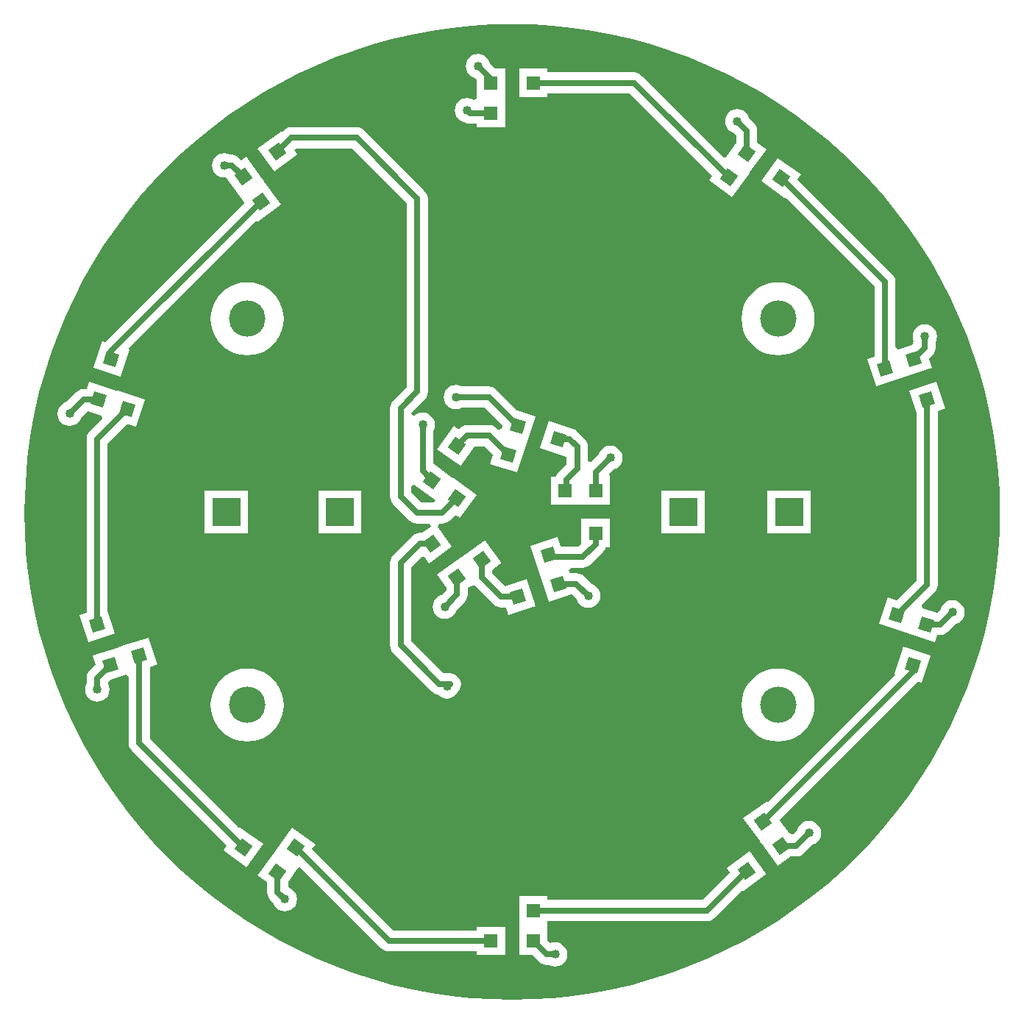
<source format=gtl>
%FSLAX25Y25*%
%MOIN*%
G70*
G01*
G75*
G04 Layer_Physical_Order=1*
G04 Layer_Color=255*
%ADD10R,0.05906X0.05906*%
%ADD11P,0.08352X4X189.0*%
%ADD12P,0.08352X4X153.0*%
%ADD13P,0.08352X4X117.0*%
%ADD14P,0.08352X4X81.0*%
%ADD15P,0.08352X4X279.0*%
%ADD16P,0.08352X4X207.0*%
%ADD17R,0.05906X0.05906*%
%ADD18P,0.08352X4X63.0*%
%ADD19P,0.08352X4X351.0*%
%ADD20C,0.05000*%
%ADD21C,0.02500*%
%ADD22C,0.12500*%
%ADD23R,0.12500X0.12500*%
%ADD24C,0.16500*%
%ADD25C,0.04000*%
G36*
X532133Y768807D02*
X541250Y768241D01*
X550336Y767299D01*
X559375Y765982D01*
X568352Y764292D01*
X577251Y762234D01*
X586058Y759809D01*
X594757Y757022D01*
X603334Y753878D01*
X611773Y750382D01*
X620061Y746541D01*
X628183Y742360D01*
X636125Y737848D01*
X643873Y733010D01*
X651416Y727857D01*
X658739Y722397D01*
X665830Y716639D01*
X672677Y710592D01*
X679268Y704268D01*
X685592Y697677D01*
X691639Y690830D01*
X697397Y683739D01*
X702857Y676416D01*
X708010Y668873D01*
X712848Y661125D01*
X717360Y653183D01*
X721541Y645061D01*
X725382Y636773D01*
X728878Y628334D01*
X732022Y619757D01*
X734809Y611058D01*
X737234Y602251D01*
X739292Y593352D01*
X740982Y584375D01*
X742299Y575336D01*
X743241Y566250D01*
X743807Y557133D01*
X743996Y548000D01*
X743807Y538867D01*
X743241Y529750D01*
X742299Y520664D01*
X740982Y511625D01*
X739292Y502648D01*
X737234Y493749D01*
X734809Y484942D01*
X732022Y476243D01*
X728878Y467666D01*
X725382Y459227D01*
X721541Y450939D01*
X717360Y442817D01*
X712848Y434875D01*
X708010Y427127D01*
X702857Y419584D01*
X697397Y412261D01*
X691639Y405170D01*
X685592Y398323D01*
X679268Y391732D01*
X672677Y385408D01*
X665830Y379362D01*
X658739Y373603D01*
X651416Y368143D01*
X643873Y362990D01*
X636125Y358153D01*
X628183Y353640D01*
X620061Y349459D01*
X611773Y345618D01*
X603334Y342122D01*
X594757Y338978D01*
X586058Y336191D01*
X577251Y333766D01*
X568352Y331708D01*
X559375Y330018D01*
X550336Y328701D01*
X541250Y327759D01*
X532133Y327193D01*
X523000Y327004D01*
X513867Y327193D01*
X504750Y327759D01*
X495664Y328701D01*
X486625Y330018D01*
X477648Y331708D01*
X468749Y333766D01*
X459942Y336191D01*
X451243Y338978D01*
X442666Y342122D01*
X434227Y345618D01*
X425939Y349459D01*
X417817Y353640D01*
X409875Y358153D01*
X402127Y362990D01*
X394584Y368143D01*
X387262Y373603D01*
X380170Y379362D01*
X373323Y385408D01*
X366732Y391732D01*
X360408Y398323D01*
X354362Y405170D01*
X348603Y412261D01*
X343143Y419584D01*
X337990Y427127D01*
X333153Y434875D01*
X328640Y442817D01*
X324459Y450939D01*
X320618Y459227D01*
X317122Y467666D01*
X313978Y476243D01*
X311191Y484942D01*
X308766Y493749D01*
X306708Y502648D01*
X305018Y511625D01*
X303701Y520664D01*
X302759Y529750D01*
X302193Y538867D01*
X302004Y548000D01*
X302151Y555115D01*
X303362Y572061D01*
X303701Y575336D01*
X305018Y584375D01*
X306708Y593352D01*
X308766Y602251D01*
X311191Y611058D01*
X313978Y619757D01*
X317122Y628334D01*
X320618Y636773D01*
X324459Y645061D01*
X328640Y653183D01*
X333153Y661125D01*
X337990Y668873D01*
X343143Y676416D01*
X348603Y683739D01*
X354362Y690830D01*
X360408Y697677D01*
X366732Y704268D01*
X373323Y710592D01*
X380170Y716639D01*
X387262Y722397D01*
X394584Y727857D01*
X402127Y733010D01*
X409875Y737848D01*
X417817Y742360D01*
X425939Y746541D01*
X434227Y750382D01*
X442666Y753878D01*
X451243Y757022D01*
X459942Y759809D01*
X468749Y762234D01*
X477648Y764292D01*
X486625Y765982D01*
X495664Y767299D01*
X504750Y768241D01*
X513867Y768807D01*
X523000Y768996D01*
X532133Y768807D01*
D02*
G37*
%LPC*%
G36*
X510671Y535259D02*
X509813Y534636D01*
D01*
X500230Y527674D01*
X500230Y527674D01*
X499523Y527160D01*
X499523Y527160D01*
Y527160D01*
D01*
D01*
Y527160D01*
X489082Y519574D01*
X493305Y513763D01*
Y512580D01*
X491086Y510361D01*
X491064Y510358D01*
X489726Y509804D01*
X488577Y508923D01*
X487696Y507774D01*
X487142Y506436D01*
X486952Y505000D01*
X487142Y503564D01*
X487696Y502226D01*
X488577Y501077D01*
X489726Y500196D01*
X491064Y499642D01*
X492500Y499452D01*
X493936Y499642D01*
X495274Y500196D01*
X496423Y501077D01*
X497304Y502226D01*
X497858Y503564D01*
X497861Y503586D01*
X501483Y507208D01*
X502245Y508200D01*
X502723Y509356D01*
X502887Y510596D01*
Y513652D01*
X502887Y513652D01*
D01*
X505856Y514869D01*
X505856Y514869D01*
X505856D01*
D01*
X514645Y506079D01*
X515638Y505318D01*
X516793Y504839D01*
X518033Y504676D01*
X520227D01*
X520985Y502345D01*
X520985Y502345D01*
X521313Y501336D01*
X522321Y501664D01*
X522321D01*
X532578Y504996D01*
X532578Y504996D01*
X533586Y505324D01*
X533259Y506333D01*
Y506333D01*
X529926Y516589D01*
X529926Y516589D01*
X529598Y517598D01*
X528590Y517270D01*
X528590D01*
X519846Y514429D01*
X514035Y520241D01*
Y521751D01*
X517399Y524195D01*
Y524195D01*
X518257Y524819D01*
X517633Y525677D01*
D01*
X511295Y534401D01*
X511295D01*
X510671Y535259D01*
D02*
G37*
G36*
X567343Y544807D02*
X554437D01*
Y533712D01*
X553016Y532291D01*
X545108D01*
X543687Y536664D01*
X531414Y532676D01*
X535402Y520402D01*
X535402D01*
Y520402D01*
D01*
Y520402D01*
Y520402D01*
X535672Y519571D01*
D01*
X539660Y507297D01*
X549939Y510637D01*
X550087D01*
X552139Y508586D01*
X552142Y508564D01*
X552696Y507226D01*
X553577Y506077D01*
X554726Y505196D01*
X556064Y504642D01*
X557500Y504453D01*
X558936Y504642D01*
X560274Y505196D01*
X561423Y506077D01*
X562304Y507226D01*
X562858Y508564D01*
X563048Y510000D01*
X562858Y511436D01*
X562304Y512774D01*
X561423Y513923D01*
X560274Y514804D01*
X558936Y515358D01*
X558914Y515361D01*
X555460Y518816D01*
X554467Y519577D01*
X553312Y520056D01*
X552072Y520219D01*
X549341D01*
X548660Y521556D01*
X549498Y522709D01*
X555000D01*
X556240Y522872D01*
X557057Y523211D01*
X557396Y523351D01*
X558388Y524112D01*
Y524112D01*
X558388D01*
D01*
D01*
D01*
D01*
D01*
D01*
X558388D01*
D01*
X558388D01*
Y524112D01*
D01*
D01*
D01*
D01*
Y524112D01*
D01*
D01*
D01*
Y524112D01*
D01*
D01*
X558388D01*
D01*
D01*
D01*
X564278Y530002D01*
Y530002D01*
D01*
D01*
D01*
X564278Y530002D01*
D01*
Y530002D01*
D01*
D01*
D01*
D01*
X564278D01*
Y530002D01*
D01*
D01*
D01*
X564278D01*
D01*
D01*
Y530002D01*
D01*
D01*
D01*
Y530002D01*
D01*
D01*
X564278D01*
D01*
X564278Y530002D01*
D01*
D01*
X565039Y530994D01*
X565179Y531333D01*
X565415Y531902D01*
X567343D01*
Y544807D01*
D02*
G37*
G36*
X403250Y557750D02*
X383750D01*
Y538250D01*
X403250D01*
Y557750D01*
D02*
G37*
G36*
X610250D02*
X590750D01*
Y538250D01*
X610250D01*
Y557750D01*
D02*
G37*
G36*
X454750D02*
X435250D01*
Y538250D01*
X454750D01*
Y557750D01*
D02*
G37*
G36*
X358176Y491086D02*
X346080Y487156D01*
X346080D01*
D01*
D01*
Y487156D01*
Y487156D01*
X345902Y487098D01*
X345487Y486963D01*
X345071Y486828D01*
X344894Y486771D01*
X344894Y486771D01*
Y486771D01*
D01*
D01*
Y486771D01*
X332797Y482840D01*
X334146Y478690D01*
X331612Y476157D01*
X330851Y475165D01*
X330711Y474826D01*
X330372Y474009D01*
X330209Y472769D01*
Y470291D01*
X330196Y470274D01*
X329642Y468936D01*
X329452Y467500D01*
X329642Y466064D01*
X330196Y464726D01*
X331077Y463577D01*
X332226Y462696D01*
X333564Y462142D01*
X335000Y461952D01*
X336436Y462142D01*
X337774Y462696D01*
X338923Y463577D01*
X339804Y464726D01*
X340358Y466064D01*
X340547Y467500D01*
X340358Y468936D01*
X339804Y470274D01*
X339791Y470291D01*
Y470785D01*
X340914Y471908D01*
X348029Y474220D01*
X349242Y473338D01*
Y443209D01*
X349242Y443209D01*
X349242D01*
X349406Y441969D01*
X349744Y441152D01*
X349884Y440814D01*
X350645Y439821D01*
X350645Y439821D01*
X350645Y439821D01*
X393676Y396791D01*
X392134Y394668D01*
X402574Y387082D01*
X410160Y397523D01*
X399719Y405109D01*
X399719D01*
X398968Y405050D01*
X358824Y445194D01*
Y477727D01*
X361155Y478485D01*
X361155Y478485D01*
X362164Y478813D01*
X361836Y479821D01*
Y479821D01*
X358176Y491086D01*
D02*
G37*
G36*
X423426Y404918D02*
X415950Y394628D01*
Y394628D01*
D01*
D01*
X415950D01*
Y394628D01*
X415840Y394477D01*
X415583Y394123D01*
X415326Y393770D01*
X415217Y393619D01*
X415216Y393619D01*
X415217Y393619D01*
D01*
D01*
D01*
X407741Y383329D01*
X411963Y380261D01*
Y375746D01*
X411963Y375746D01*
X411963D01*
X412126Y374506D01*
X412605Y373351D01*
X413366Y372358D01*
X414639Y371086D01*
X414642Y371064D01*
X415196Y369726D01*
X416077Y368577D01*
X417226Y367696D01*
X418564Y367142D01*
X420000Y366952D01*
X421436Y367142D01*
X422774Y367696D01*
X423923Y368577D01*
X424804Y369726D01*
X425358Y371064D01*
X425548Y372500D01*
X425358Y373936D01*
X424804Y375274D01*
X423923Y376423D01*
X422774Y377304D01*
X421545Y377813D01*
Y380373D01*
X425767Y386184D01*
Y386184D01*
X425767Y386184D01*
X425767D01*
X426491Y386908D01*
X427032Y386950D01*
X463760Y350222D01*
X464752Y349461D01*
X465907Y348983D01*
X467147Y348819D01*
X506902D01*
Y347158D01*
X519807D01*
Y360063D01*
X506902D01*
Y358401D01*
X469132D01*
X432324Y395209D01*
X433866Y397332D01*
X423426Y404918D01*
D02*
G37*
G36*
X630674Y394270D02*
X620233Y386684D01*
X621775Y384561D01*
X609395Y372181D01*
X539098D01*
Y373843D01*
X526193D01*
Y361124D01*
D01*
D01*
D01*
X526193Y361124D01*
X526193D01*
X526193Y360937D01*
Y360063D01*
X526193Y360063D01*
X526193Y360063D01*
Y360063D01*
D01*
Y347158D01*
X532323D01*
X535368Y344112D01*
X536360Y343351D01*
X537516Y342872D01*
X538756Y342709D01*
X539709D01*
X539726Y342696D01*
X541064Y342142D01*
X542500Y341952D01*
X543936Y342142D01*
X545274Y342696D01*
X546423Y343577D01*
X547304Y344726D01*
X547858Y346064D01*
X548047Y347500D01*
X547858Y348936D01*
X547304Y350274D01*
X546423Y351423D01*
X545274Y352304D01*
X543936Y352858D01*
X542500Y353047D01*
X541064Y352858D01*
X540434Y352597D01*
X539098Y353933D01*
Y359876D01*
X539098Y359876D01*
D01*
D01*
D01*
D01*
D01*
X539098Y360063D01*
Y360243D01*
Y360500D01*
Y360628D01*
Y360937D01*
X539098Y361072D01*
X539098Y361124D01*
X539098Y361124D01*
D01*
X539098Y362599D01*
X611379D01*
X612619Y362762D01*
X613437Y363101D01*
X613775Y363241D01*
X614767Y364002D01*
Y364002D01*
X614767D01*
D01*
D01*
D01*
D01*
D01*
D01*
X614767D01*
D01*
X614767D01*
Y364002D01*
D01*
D01*
D01*
D01*
Y364002D01*
D01*
D01*
D01*
Y364002D01*
D01*
D01*
X614767D01*
D01*
D01*
D01*
X627068Y376302D01*
X627819Y376243D01*
X627819D01*
X637401Y383206D01*
Y383206D01*
X638259Y383829D01*
X637636Y384687D01*
D01*
X630674Y394270D01*
D02*
G37*
G36*
X403000Y477051D02*
X400411Y476847D01*
X397885Y476241D01*
X395486Y475247D01*
X393271Y473890D01*
X391297Y472203D01*
X389610Y470228D01*
X388253Y468014D01*
X387259Y465615D01*
X386653Y463089D01*
X386449Y460500D01*
X386653Y457911D01*
X387259Y455385D01*
X388253Y452986D01*
X389610Y450772D01*
X391297Y448797D01*
X393271Y447110D01*
X395486Y445753D01*
X397885Y444759D01*
X400411Y444153D01*
X403000Y443949D01*
X405589Y444153D01*
X408115Y444759D01*
X410514Y445753D01*
X412728Y447110D01*
X414703Y448797D01*
X416390Y450772D01*
X417747Y452986D01*
X418741Y455385D01*
X419347Y457911D01*
X419551Y460500D01*
X419347Y463089D01*
X418741Y465615D01*
X417747Y468014D01*
X416390Y470228D01*
X414703Y472203D01*
X412728Y473890D01*
X410514Y475247D01*
X408115Y476241D01*
X405589Y476847D01*
X403000Y477051D01*
D02*
G37*
G36*
X700429Y486828D02*
X700101Y485819D01*
X700101Y485820D01*
X696441Y474554D01*
X696441D01*
Y474554D01*
X696441D01*
X696508Y474273D01*
X638932Y416698D01*
X638181Y416757D01*
X638181D01*
X628599Y409795D01*
Y409795D01*
X627741Y409171D01*
X628364Y408313D01*
D01*
X635217Y398881D01*
X635217D01*
D01*
D01*
Y398881D01*
X635217D01*
X635326Y398730D01*
X635840Y398023D01*
X635840Y398023D01*
X635840Y398023D01*
X635840D01*
D01*
X642802Y388440D01*
X642802D01*
X643426Y387582D01*
X644284Y388206D01*
D01*
X649237Y391805D01*
X651596D01*
X652836Y391968D01*
X653991Y392446D01*
X654983Y393208D01*
Y393208D01*
X654983D01*
D01*
D01*
D01*
D01*
D01*
D01*
X654983D01*
D01*
X654983D01*
Y393208D01*
D01*
D01*
D01*
D01*
Y393208D01*
D01*
D01*
D01*
Y393208D01*
D01*
D01*
X654983D01*
D01*
D01*
D01*
X658914Y397139D01*
X658936Y397142D01*
X660274Y397696D01*
X661423Y398577D01*
X662304Y399726D01*
X662858Y401064D01*
X663048Y402500D01*
X662858Y403936D01*
X662304Y405274D01*
X661423Y406423D01*
X660274Y407304D01*
X658936Y407858D01*
X657500Y408047D01*
X656064Y407858D01*
X654726Y407304D01*
X653577Y406423D01*
X652696Y405274D01*
X652142Y403936D01*
X652139Y403914D01*
X650276Y402051D01*
X648780Y402169D01*
X646390Y405458D01*
D01*
D01*
D01*
Y405458D01*
X646390D01*
X646281Y405609D01*
X645767Y406316D01*
X645767D01*
D01*
Y406316D01*
X645767D01*
D01*
D01*
X645767D01*
Y406316D01*
D01*
X644225Y408439D01*
X706932Y471146D01*
X707706Y470894D01*
X707706D01*
X708715Y470566D01*
X709043Y471575D01*
X709043Y471575D01*
X712703Y482840D01*
X701438Y486501D01*
X701438D01*
X700429Y486828D01*
D02*
G37*
G36*
X643500Y477051D02*
X640911Y476847D01*
X638385Y476241D01*
X635986Y475247D01*
X633772Y473890D01*
X631797Y472203D01*
X630110Y470228D01*
X628753Y468014D01*
X627759Y465615D01*
X627153Y463089D01*
X626949Y460500D01*
X627153Y457911D01*
X627759Y455385D01*
X628753Y452986D01*
X630110Y450772D01*
X631797Y448797D01*
X633772Y447110D01*
X635986Y445753D01*
X638385Y444759D01*
X640911Y444153D01*
X643500Y443949D01*
X646089Y444153D01*
X648615Y444759D01*
X651014Y445753D01*
X653228Y447110D01*
X655203Y448797D01*
X656890Y450772D01*
X658247Y452986D01*
X659241Y455385D01*
X659847Y457911D01*
X660051Y460500D01*
X659847Y463089D01*
X659241Y465615D01*
X658247Y468014D01*
X656890Y470228D01*
X655203Y472203D01*
X653228Y473890D01*
X651014Y475247D01*
X648615Y476241D01*
X646089Y476847D01*
X643500Y477051D01*
D02*
G37*
G36*
X658250Y557750D02*
X638750D01*
Y538250D01*
X658250D01*
Y557750D01*
D02*
G37*
G36*
X392500Y710547D02*
X391064Y710358D01*
X389726Y709804D01*
X388577Y708923D01*
X387696Y707774D01*
X387142Y706436D01*
X386952Y705000D01*
X387142Y703564D01*
X387696Y702226D01*
X388577Y701077D01*
X389726Y700196D01*
X391064Y699642D01*
X392500Y699452D01*
X393412Y699573D01*
X399719Y690891D01*
X399719Y690891D01*
X400233Y690184D01*
X400233Y690184D01*
X400233D01*
D01*
D01*
X400233D01*
X401775Y688061D01*
X338691Y624977D01*
X337285Y625434D01*
X333297Y613160D01*
X344562Y609500D01*
X344562D01*
X345571Y609172D01*
X345899Y610181D01*
X345899Y610181D01*
X349559Y621446D01*
X349559Y621446D01*
X349395Y622130D01*
X407068Y679802D01*
X407819Y679743D01*
X407819D01*
X418259Y687329D01*
X410783Y697619D01*
X410783Y697619D01*
D01*
Y697619D01*
X410783D01*
D01*
D01*
X410674Y697770D01*
X410417Y698123D01*
X410160Y698477D01*
X410050Y698628D01*
Y698628D01*
X410050D01*
D01*
D01*
Y698628D01*
X403198Y708060D01*
X403198D01*
X402574Y708918D01*
X401716Y708294D01*
D01*
X400451Y707375D01*
X399439Y708388D01*
X398447Y709149D01*
X398108Y709289D01*
X397291Y709628D01*
X396051Y709791D01*
X395291D01*
X395274Y709804D01*
X393936Y710358D01*
X392500Y710547D01*
D02*
G37*
G36*
X643426Y708418D02*
X635840Y697977D01*
X646281Y690391D01*
X646281D01*
X646281D01*
D01*
D01*
X646281Y690391D01*
X647032Y690450D01*
X647032Y690450D01*
D01*
X687176Y650306D01*
Y618273D01*
X684845Y617515D01*
X684845Y617515D01*
X683836Y617188D01*
X684164Y616179D01*
Y616179D01*
X687824Y604914D01*
X700098Y608902D01*
X700098Y608902D01*
X700929Y609172D01*
X701107Y609229D01*
X701107D01*
Y609229D01*
D01*
D01*
D01*
X712194Y612832D01*
X712194Y612832D01*
X713203Y613160D01*
X712875Y614169D01*
Y614169D01*
X711854Y617310D01*
X713388Y618843D01*
Y618843D01*
D01*
D01*
D01*
X713388Y618843D01*
D01*
Y618843D01*
D01*
D01*
D01*
D01*
X713388D01*
Y618843D01*
D01*
D01*
D01*
X713388D01*
D01*
D01*
Y618843D01*
D01*
D01*
D01*
Y618843D01*
D01*
D01*
X713388D01*
D01*
X713388Y618843D01*
D01*
D01*
X714149Y619835D01*
X714289Y620174D01*
X714628Y620991D01*
X714791Y622231D01*
D01*
D01*
D01*
D01*
D01*
X714791D01*
D01*
D01*
D01*
Y622231D01*
X714791D01*
D01*
Y622231D01*
D01*
D01*
D01*
D01*
D01*
D01*
D01*
D01*
D01*
D01*
D01*
D01*
Y622231D01*
D01*
X714791D01*
D01*
D01*
D01*
D01*
X714791Y622231D01*
Y624709D01*
X714804Y624726D01*
X715358Y626064D01*
X715548Y627500D01*
X715358Y628936D01*
X714804Y630274D01*
X713923Y631423D01*
X712774Y632304D01*
X711436Y632858D01*
X710000Y633047D01*
X708564Y632858D01*
X707226Y632304D01*
X706077Y631423D01*
X705196Y630274D01*
X704642Y628936D01*
X704453Y627500D01*
X704642Y626064D01*
X704991Y625219D01*
X704528Y624214D01*
X703842Y623688D01*
X697971Y621780D01*
X696758Y622662D01*
Y652291D01*
X696594Y653531D01*
X696116Y654686D01*
X695355Y655679D01*
Y655679D01*
D01*
D01*
X695355D01*
X695355D01*
Y655679D01*
D01*
D01*
D01*
D01*
X695355D01*
D01*
D01*
D01*
X695355D01*
X652324Y698709D01*
X653866Y700832D01*
X643426Y708418D01*
D02*
G37*
G36*
X643500Y652051D02*
X640911Y651847D01*
X638385Y651241D01*
X635986Y650247D01*
X633772Y648890D01*
X631797Y647203D01*
X630110Y645228D01*
X628753Y643014D01*
X627759Y640615D01*
X627153Y638089D01*
X626949Y635500D01*
X627153Y632911D01*
X627759Y630385D01*
X628753Y627986D01*
X630110Y625772D01*
X631797Y623797D01*
X633772Y622110D01*
X635986Y620753D01*
X638385Y619759D01*
X640911Y619153D01*
X643500Y618949D01*
X646089Y619153D01*
X648615Y619759D01*
X651014Y620753D01*
X653228Y622110D01*
X655203Y623797D01*
X656890Y625772D01*
X658247Y627986D01*
X659241Y630385D01*
X659847Y632911D01*
X660051Y635500D01*
X659847Y638089D01*
X659241Y640615D01*
X658247Y643014D01*
X656890Y645228D01*
X655203Y647203D01*
X653228Y648890D01*
X651014Y650247D01*
X648615Y651241D01*
X646089Y651847D01*
X643500Y652051D01*
D02*
G37*
G36*
X539098Y748842D02*
X526193D01*
Y735937D01*
X539098D01*
Y737599D01*
X576368D01*
X613676Y700291D01*
X612134Y698168D01*
X622574Y690582D01*
X630160Y701023D01*
Y701023D01*
X630160Y701023D01*
D01*
D01*
X630160D01*
X630160Y701023D01*
X630674Y701730D01*
X630783Y701881D01*
D01*
X630783D01*
Y701881D01*
D01*
X630783Y701881D01*
X637636Y711313D01*
D01*
X638259Y712171D01*
X637401Y712794D01*
Y712794D01*
X634037Y715239D01*
Y720754D01*
X633874Y721994D01*
X633395Y723149D01*
X632634Y724142D01*
Y724142D01*
D01*
D01*
X632634D01*
X632634D01*
Y724142D01*
D01*
D01*
D01*
D01*
X632634D01*
D01*
D01*
D01*
X632634D01*
X630361Y726414D01*
X630358Y726436D01*
X629804Y727774D01*
X628923Y728923D01*
X627774Y729804D01*
X626436Y730358D01*
X625000Y730548D01*
X623564Y730358D01*
X622226Y729804D01*
X621077Y728923D01*
X620196Y727774D01*
X619642Y726436D01*
X619452Y725000D01*
X619642Y723564D01*
X620196Y722226D01*
X621077Y721077D01*
X622226Y720196D01*
X623564Y719642D01*
X623586Y719639D01*
X624455Y718769D01*
Y715127D01*
X620233Y709316D01*
D01*
D01*
D01*
D01*
D01*
D01*
X619509Y708592D01*
X618968Y708550D01*
X581740Y745778D01*
D01*
X581740Y745778D01*
D01*
D01*
D01*
X581740Y745778D01*
X581740Y745778D01*
X580748Y746539D01*
X580410Y746679D01*
X579593Y747017D01*
X578353Y747181D01*
X539098D01*
Y748842D01*
D02*
G37*
G36*
X507500Y755548D02*
X506064Y755358D01*
X504726Y754804D01*
X503577Y753923D01*
X502696Y752774D01*
X502142Y751436D01*
X501953Y750000D01*
X502142Y748564D01*
X502696Y747226D01*
X503577Y746077D01*
X504726Y745196D01*
X506064Y744642D01*
X506086Y744639D01*
X506902Y743823D01*
Y736124D01*
D01*
D01*
D01*
X506902Y736124D01*
X506902D01*
X506902Y735937D01*
Y735251D01*
X505556Y734587D01*
X505274Y734804D01*
X503936Y735358D01*
X502500Y735547D01*
X501064Y735358D01*
X499726Y734804D01*
X498577Y733923D01*
X497696Y732774D01*
X497142Y731436D01*
X496952Y730000D01*
X497142Y728564D01*
X497696Y727226D01*
X498577Y726077D01*
X499726Y725196D01*
X501064Y724642D01*
X501299Y724611D01*
X501494Y724461D01*
X501973Y724263D01*
X502650Y723982D01*
X503890Y723819D01*
X506902D01*
Y722157D01*
X519807D01*
Y734876D01*
X519807Y734876D01*
D01*
D01*
D01*
D01*
D01*
D01*
Y734876D01*
D01*
X519807Y735063D01*
Y735243D01*
Y735500D01*
Y735628D01*
Y735937D01*
X519807Y736072D01*
X519807Y736124D01*
X519807Y736124D01*
D01*
X519807Y736124D01*
Y748842D01*
X515433D01*
X512861Y751414D01*
X512858Y751436D01*
X512304Y752774D01*
X511423Y753923D01*
X510274Y754804D01*
X508936Y755358D01*
X507500Y755548D01*
D02*
G37*
G36*
X452500Y722291D02*
X423010D01*
X421770Y722128D01*
X420615Y721649D01*
X419623Y720888D01*
X418932Y720198D01*
X418181Y720257D01*
X418181D01*
X407741Y712671D01*
X415326Y702230D01*
X425767Y709816D01*
X424225Y711939D01*
X424995Y712709D01*
X450516D01*
X475209Y688016D01*
Y604485D01*
X469112Y598388D01*
X468351Y597396D01*
X468211Y597057D01*
X467872Y596240D01*
X467709Y595000D01*
Y555000D01*
X467709Y555000D01*
X467709Y555000D01*
X467872Y553760D01*
X468211Y552943D01*
X468351Y552604D01*
X469112Y551612D01*
Y551612D01*
D01*
D01*
X469112Y551612D01*
Y551612D01*
X469112Y551612D01*
X476612Y544112D01*
X477604Y543351D01*
X478760Y542872D01*
X480000Y542709D01*
X485677D01*
X486141Y541282D01*
X482373Y538545D01*
X481254D01*
X480014Y538382D01*
X478858Y537903D01*
X477866Y537142D01*
X469112Y528388D01*
X468351Y527395D01*
X468211Y527057D01*
X467872Y526240D01*
X467709Y525000D01*
Y487500D01*
X467709Y487500D01*
X467709D01*
X467872Y486260D01*
X468211Y485443D01*
X468351Y485105D01*
X469112Y484112D01*
Y484112D01*
D01*
D01*
X469112Y484112D01*
Y484112D01*
X469112Y484112D01*
X486612Y466612D01*
D01*
X486612Y466612D01*
X486612Y466612D01*
D01*
D01*
D01*
Y466612D01*
X486612Y466612D01*
D01*
X487605Y465851D01*
X488083Y465653D01*
X488760Y465372D01*
X489419Y465286D01*
X489581Y465073D01*
X490730Y464192D01*
X492068Y463638D01*
X493504Y463449D01*
X494940Y463638D01*
X496278Y464192D01*
X497427Y465073D01*
X498308Y466222D01*
X498566Y466844D01*
X499149Y467604D01*
X499628Y468760D01*
X499791Y470000D01*
X499628Y471240D01*
X499149Y472396D01*
X498388Y473388D01*
X497396Y474149D01*
X496240Y474628D01*
X495000Y474791D01*
X491985D01*
X477291Y489485D01*
Y523015D01*
X481856Y527580D01*
X483351Y527463D01*
X484705Y525599D01*
X484705D01*
X485329Y524741D01*
X486187Y525364D01*
D01*
X495770Y532326D01*
X489197Y541372D01*
X489878Y542709D01*
X491258D01*
X492498Y542872D01*
X493315Y543211D01*
X493653Y543351D01*
X494645Y544112D01*
X497209Y546676D01*
X499332Y545134D01*
X506918Y555574D01*
X496477Y563160D01*
D01*
X496477Y563160D01*
X496477Y563160D01*
D01*
Y563160D01*
X496477Y563160D01*
X495770Y563674D01*
X495770Y563674D01*
X487291Y569834D01*
Y584709D01*
X487304Y584726D01*
X487858Y586064D01*
X488048Y587500D01*
X487858Y588936D01*
X487304Y590274D01*
X486423Y591423D01*
X485274Y592304D01*
X483936Y592858D01*
X482500Y593048D01*
X481064Y592858D01*
X479726Y592304D01*
X478636Y591468D01*
X478306Y591631D01*
X477291Y592410D01*
Y593015D01*
X483388Y599112D01*
X484149Y600105D01*
X484628Y601260D01*
X484791Y602500D01*
Y690000D01*
X484791Y690000D01*
Y690000D01*
X484791D01*
X484791Y690000D01*
D01*
D01*
D01*
D01*
D01*
D01*
D01*
X484791Y690000D01*
D01*
X484628Y691240D01*
X484149Y692395D01*
X483388Y693388D01*
X455888Y720888D01*
D01*
X455888Y720888D01*
D01*
D01*
D01*
X455888Y720888D01*
X455888Y720888D01*
X454895Y721649D01*
X454557Y721789D01*
X453740Y722128D01*
X452500Y722291D01*
D02*
G37*
G36*
X497500Y605548D02*
X496064Y605358D01*
X494726Y604804D01*
X493577Y603923D01*
X492696Y602774D01*
X492142Y601436D01*
X491953Y600000D01*
X492142Y598564D01*
X492696Y597226D01*
X493577Y596077D01*
X494726Y595196D01*
X496064Y594642D01*
X497500Y594452D01*
X498936Y594642D01*
X500274Y595196D01*
X500291Y595209D01*
X510504D01*
X518673Y587040D01*
X518182Y585528D01*
X516723Y585178D01*
X516013Y585888D01*
X515021Y586649D01*
X513866Y587128D01*
X512626Y587291D01*
X502742D01*
X501502Y587128D01*
X500347Y586649D01*
X499355Y585888D01*
X498791Y585324D01*
X496668Y586866D01*
X489082Y576426D01*
X498665Y569463D01*
D01*
X499523Y568840D01*
X500147Y569698D01*
X500147D01*
X505967Y577709D01*
X510641D01*
X514415Y573935D01*
X513066Y569785D01*
X525340Y565797D01*
X529328Y578071D01*
X529328D01*
D01*
D01*
D01*
X529328D01*
Y578071D01*
D01*
D01*
D01*
X529328Y578071D01*
D01*
Y578071D01*
X529328D01*
D01*
D01*
X529598Y578902D01*
X529656Y579080D01*
X529656Y579080D01*
D01*
D01*
X529656D01*
D01*
D01*
Y579080D01*
X533586Y591176D01*
X525442Y593822D01*
X515876Y603388D01*
X514884Y604149D01*
X513729Y604628D01*
X512489Y604791D01*
X500291D01*
X500274Y604804D01*
X498936Y605358D01*
X497500Y605548D01*
D02*
G37*
G36*
X539660Y589203D02*
X535672Y576929D01*
X547709Y573018D01*
Y569485D01*
X544112Y565888D01*
X543351Y564895D01*
X543021Y564098D01*
X540658D01*
Y551193D01*
X553563D01*
D01*
Y551193D01*
X553563D01*
X553563Y551193D01*
X554437D01*
Y551193D01*
X567343D01*
Y564098D01*
D01*
X567343D01*
Y564098D01*
Y564098D01*
X567343Y564098D01*
X566912Y565137D01*
X568914Y567139D01*
X568936Y567142D01*
X570274Y567696D01*
X571423Y568577D01*
X572304Y569726D01*
X572858Y571064D01*
X573047Y572500D01*
X572858Y573936D01*
X572304Y575274D01*
X571423Y576423D01*
X570274Y577304D01*
X568936Y577858D01*
X567500Y578048D01*
X566064Y577858D01*
X564726Y577304D01*
X563577Y576423D01*
X562696Y575274D01*
X562142Y573936D01*
X562139Y573914D01*
X558677Y570452D01*
X557291Y571026D01*
Y577500D01*
X557128Y578740D01*
X556847Y579417D01*
X556649Y579895D01*
X555888Y580888D01*
X552316Y584460D01*
X551814Y584845D01*
X551934Y585215D01*
X551564Y585335D01*
D01*
X539660Y589203D01*
D02*
G37*
G36*
X331324Y607086D02*
X330239Y603747D01*
X328956D01*
X327715Y603583D01*
X326560Y603105D01*
X325568Y602343D01*
X321086Y597861D01*
X321064Y597858D01*
X319726Y597304D01*
X318577Y596423D01*
X317696Y595274D01*
X317142Y593936D01*
X316952Y592500D01*
X317142Y591064D01*
X317696Y589726D01*
X318577Y588577D01*
X319726Y587696D01*
X321064Y587142D01*
X322500Y586952D01*
X323936Y587142D01*
X325274Y587696D01*
X326423Y588577D01*
X327304Y589726D01*
X327858Y591064D01*
X327861Y591086D01*
X330545Y593770D01*
X336972Y591682D01*
X337322Y590223D01*
X331579Y584480D01*
X330818Y583488D01*
X330678Y583149D01*
X330339Y582332D01*
X330176Y581092D01*
Y502273D01*
X327845Y501515D01*
X327845Y501515D01*
X326836Y501187D01*
X327164Y500179D01*
Y500179D01*
X330824Y488914D01*
X342089Y492574D01*
X342089Y492574D01*
X343098Y492902D01*
X342770Y493910D01*
Y493910D01*
X339758Y503181D01*
Y579108D01*
X348565Y587915D01*
X352715Y586566D01*
X356703Y598840D01*
X344429Y602828D01*
X344429D01*
X344429Y602828D01*
D01*
X343598Y603098D01*
X343598D01*
X343598D01*
D01*
X343598D01*
Y603098D01*
X331324Y607086D01*
D02*
G37*
G36*
X403000Y652051D02*
X400411Y651847D01*
X397885Y651241D01*
X395486Y650247D01*
X393271Y648890D01*
X391297Y647203D01*
X389610Y645228D01*
X388253Y643014D01*
X387259Y640615D01*
X386653Y638089D01*
X386449Y635500D01*
X386653Y632911D01*
X387259Y630385D01*
X388253Y627986D01*
X389610Y625772D01*
X391297Y623797D01*
X393271Y622110D01*
X395486Y620753D01*
X397885Y619759D01*
X400411Y619153D01*
X403000Y618949D01*
X405589Y619153D01*
X408115Y619759D01*
X410514Y620753D01*
X412728Y622110D01*
X414703Y623797D01*
X416390Y625772D01*
X417747Y627986D01*
X418741Y630385D01*
X419347Y632911D01*
X419551Y635500D01*
X419347Y638089D01*
X418741Y640615D01*
X417747Y643014D01*
X416390Y645228D01*
X414703Y647203D01*
X412728Y648890D01*
X410514Y650247D01*
X408115Y651241D01*
X405589Y651847D01*
X403000Y652051D01*
D02*
G37*
G36*
X715176Y607086D02*
X703911Y603426D01*
X703911Y603426D01*
X702902Y603098D01*
X703230Y602090D01*
Y602090D01*
X706242Y592819D01*
Y516892D01*
X697435Y508085D01*
X694294Y509106D01*
X694294D01*
X693285Y509434D01*
X692957Y508425D01*
X692957Y508425D01*
X689297Y497160D01*
X701571Y493172D01*
D01*
X702402Y492902D01*
X702402D01*
X702402D01*
D01*
X702402D01*
Y492902D01*
X713667Y489241D01*
X713667D01*
X714676Y488914D01*
X715004Y489922D01*
X715004Y489922D01*
X715761Y492253D01*
X717044D01*
X718285Y492417D01*
X719102Y492755D01*
X719440Y492895D01*
X720432Y493657D01*
Y493657D01*
X720432D01*
D01*
D01*
D01*
D01*
D01*
D01*
X720432D01*
D01*
X720432D01*
Y493657D01*
D01*
D01*
D01*
D01*
Y493657D01*
D01*
D01*
D01*
Y493657D01*
D01*
D01*
X720432D01*
D01*
D01*
D01*
D01*
D01*
X723914Y497139D01*
X723936Y497142D01*
X725274Y497696D01*
X726423Y498577D01*
X727304Y499726D01*
X727858Y501064D01*
X728048Y502500D01*
X727858Y503936D01*
X727304Y505274D01*
X726423Y506423D01*
X725274Y507304D01*
X723936Y507858D01*
X722500Y508047D01*
X721064Y507858D01*
X719726Y507304D01*
X718577Y506423D01*
X717696Y505274D01*
X717142Y503936D01*
X717139Y503914D01*
X715455Y502230D01*
X709028Y504318D01*
X708678Y505777D01*
X714421Y511520D01*
X715182Y512512D01*
X715661Y513668D01*
X715824Y514908D01*
D01*
D01*
D01*
D01*
D01*
X715824D01*
D01*
D01*
D01*
Y514908D01*
X715824D01*
D01*
Y514908D01*
D01*
D01*
D01*
D01*
D01*
D01*
D01*
D01*
D01*
D01*
D01*
D01*
Y514908D01*
D01*
X715824D01*
D01*
D01*
D01*
D01*
X715824Y514908D01*
Y593727D01*
X718155Y594485D01*
X718155Y594485D01*
X719164Y594812D01*
X718836Y595821D01*
Y595821D01*
X715176Y607086D01*
D02*
G37*
%LPD*%
G36*
X488184Y553233D02*
X488184Y553233D01*
X487242Y552291D01*
X481985D01*
X477291Y556985D01*
Y559495D01*
X478627Y560176D01*
X488184Y553233D01*
D02*
G37*
D10*
X532646Y742390D02*
D03*
Y728610D02*
D03*
X513354Y742390D02*
D03*
Y728610D02*
D03*
X513354Y353610D02*
D03*
Y367390D02*
D03*
X532646Y353610D02*
D03*
Y367390D02*
D03*
D11*
X644853Y699404D02*
D03*
X636754Y688257D02*
D03*
X629246Y710744D02*
D03*
X621147Y699596D02*
D03*
X401147Y396096D02*
D03*
X409246Y407243D02*
D03*
X416754Y384756D02*
D03*
X424853Y395904D02*
D03*
D12*
X711033Y598955D02*
D03*
X697928Y594697D02*
D03*
X705072Y617303D02*
D03*
X691967Y613045D02*
D03*
X334967Y497045D02*
D03*
X348072Y501303D02*
D03*
X340928Y478697D02*
D03*
X354033Y482956D02*
D03*
D13*
X704572Y478697D02*
D03*
X691467Y482956D02*
D03*
X710533Y497045D02*
D03*
X697428Y501303D02*
D03*
X341428Y617303D02*
D03*
X354533Y613045D02*
D03*
X335467Y598955D02*
D03*
X348572Y594697D02*
D03*
D14*
X629246Y385257D02*
D03*
X621147Y396404D02*
D03*
X644853Y396596D02*
D03*
X636754Y407744D02*
D03*
X416754Y711243D02*
D03*
X424853Y700096D02*
D03*
X401147Y699904D02*
D03*
X409246Y688757D02*
D03*
D15*
X498096Y577853D02*
D03*
X509243Y569754D02*
D03*
X486757Y562246D02*
D03*
X497904Y554147D02*
D03*
D16*
X543803Y581072D02*
D03*
X539544Y567967D02*
D03*
X525456Y587033D02*
D03*
X521197Y573928D02*
D03*
D17*
X560890Y538354D02*
D03*
X547110D02*
D03*
X560890Y557646D02*
D03*
X547110D02*
D03*
D18*
X525456Y509467D02*
D03*
X521197Y522572D02*
D03*
X543803Y515428D02*
D03*
X539544Y528533D02*
D03*
D19*
X486757Y533754D02*
D03*
X497904Y541853D02*
D03*
X498096Y518147D02*
D03*
X509243Y526246D02*
D03*
D20*
X620500Y522000D02*
X636578Y505922D01*
X668500D01*
X620500Y522000D02*
Y548000D01*
X373500Y572500D02*
X412500D01*
X425000Y560000D01*
Y548000D02*
Y560000D01*
D21*
X373500Y541000D02*
Y599000D01*
X502500Y730000D02*
X503890Y728610D01*
X513354D01*
X372500Y442500D02*
X407757Y407243D01*
X477610Y367390D02*
X513354D01*
X430000Y415000D02*
X477610Y367390D01*
X417003Y415000D02*
X430000D01*
X409246Y407243D02*
X417003Y415000D01*
X407757Y407243D02*
X409246D01*
X372500Y442500D02*
Y492500D01*
X363697Y501303D02*
X372500Y492500D01*
X348072Y501303D02*
X363697D01*
X347500Y501874D02*
X348072Y501303D01*
X347500Y501874D02*
Y515000D01*
X373500Y541000D01*
X359455Y613045D02*
X373500Y599000D01*
X354533Y613045D02*
X359455D01*
X354533D02*
X382500Y641011D01*
Y647500D01*
X405000Y670000D01*
X412500D01*
X424853Y682353D01*
Y700096D01*
X464949Y660000D01*
X470000D01*
X490000D02*
Y702500D01*
X502500Y715000D01*
X525000D01*
X423010Y717500D02*
X452500D01*
X472500Y595000D02*
X480000Y602500D01*
X472500Y555000D02*
Y595000D01*
X480000Y602500D02*
Y690000D01*
X452500Y717500D02*
X480000Y690000D01*
X525000Y715000D02*
X532646Y722646D01*
Y728610D01*
X540000Y721256D01*
Y720000D02*
Y721256D01*
Y720000D02*
X585000Y675000D01*
X625000D01*
X636754Y686754D01*
Y688257D01*
X657500Y667510D01*
Y662500D02*
Y667510D01*
Y662500D02*
X675000Y645000D01*
Y607500D02*
Y645000D01*
Y607500D02*
X687803Y594697D01*
X697928D01*
X668500Y565269D02*
X697928Y594697D01*
X668500Y548000D02*
Y565269D01*
Y505922D02*
Y548000D01*
Y505922D02*
X691467Y482956D01*
X675000Y466489D02*
X691467Y482956D01*
X675000Y460000D02*
Y466489D01*
X635000Y420000D02*
X675000Y460000D01*
X625000Y420000D02*
X635000D01*
X621147Y416147D02*
X625000Y420000D01*
X621147Y396404D02*
Y416147D01*
X604742Y380000D02*
X621147Y396404D01*
X505000Y380000D02*
X604742D01*
X505000Y375744D02*
Y380000D01*
Y375744D02*
X513354Y367390D01*
X521197Y533697D02*
X530000Y542500D01*
X515000Y552500D02*
Y563997D01*
X504353Y541853D02*
X515000Y552500D01*
Y560000D02*
X531578D01*
X530000Y542500D02*
X535000D01*
X521197Y522572D02*
Y533697D01*
X531578Y560000D02*
X535000Y556578D01*
Y542500D02*
Y556578D01*
Y542500D02*
X539146Y538354D01*
X547110D01*
X531578Y560000D02*
X539544Y567967D01*
X497904Y541853D02*
X504353D01*
X509243Y569754D02*
X515000Y563997D01*
X482500Y566503D02*
Y587500D01*
Y566503D02*
X486757Y562246D01*
X497500Y600000D02*
X512489D01*
X525456Y587033D01*
X560890Y565890D02*
X567500Y572500D01*
X560890Y557646D02*
Y565890D01*
X552072Y515428D02*
X557500Y510000D01*
X543803Y515428D02*
X552072D01*
X492500Y505000D02*
X498096Y510596D01*
Y518147D01*
X392500Y705000D02*
X396051D01*
X401147Y699904D01*
X507500Y750000D02*
X513354Y744146D01*
Y742390D02*
Y744146D01*
X625000Y725000D02*
X629246Y720754D01*
Y710744D02*
Y720754D01*
X710000Y622231D02*
Y627500D01*
X705072Y617303D02*
X710000Y622231D01*
X717044Y497045D02*
X722500Y502500D01*
X710533Y497045D02*
X717044D01*
X651596Y396596D02*
X657500Y402500D01*
X644853Y396596D02*
X651596D01*
X538756Y347500D02*
X542500D01*
X532646Y353610D02*
X538756Y347500D01*
X416754Y375746D02*
X420000Y372500D01*
X416754Y375746D02*
Y384756D01*
X335000Y467500D02*
Y472769D01*
X340928Y478697D01*
X322500Y592500D02*
X328956Y598955D01*
X335467D01*
X532646Y742390D02*
X578353D01*
X621147Y699596D01*
X644853Y699404D02*
X691967Y652291D01*
Y613045D02*
Y652291D01*
X711033Y514908D02*
Y598955D01*
X697428Y501303D02*
X711033Y514908D01*
X704572Y475562D02*
Y478697D01*
X636754Y407744D02*
X704572Y475562D01*
X611379Y367390D02*
X629246Y385257D01*
X532646Y367390D02*
X611379D01*
X467147Y353610D02*
X513354D01*
X424853Y395904D02*
X467147Y353610D01*
X354033Y443209D02*
X401147Y396096D01*
X354033Y443209D02*
Y482956D01*
X334967Y497045D02*
Y581092D01*
X348572Y594697D01*
X341428Y617303D02*
Y620938D01*
X409246Y688757D01*
X416754Y711243D02*
X423010Y717500D01*
X472500Y555000D02*
X480000Y547500D01*
X491258D02*
X497904Y554147D01*
X480000Y547500D02*
X491258D01*
X498096Y577853D02*
X502742Y582500D01*
X512626D02*
X521197Y573928D01*
X502742Y582500D02*
X512626D01*
X543803Y581072D02*
X548928D01*
X552500Y577500D01*
Y567500D02*
Y577500D01*
X547500Y562500D02*
X552500Y567500D01*
X547500Y558035D02*
Y562500D01*
X547110Y557646D02*
X547500Y558035D01*
X560890Y533390D02*
Y538354D01*
X555000Y527500D02*
X560890Y533390D01*
X540578Y527500D02*
X555000D01*
X539544Y528533D02*
X540578Y527500D01*
X518033Y509467D02*
X525456D01*
X509243Y518257D02*
Y526246D01*
Y518257D02*
X518033Y509467D01*
X481254Y533754D02*
X486757D01*
X472500Y525000D02*
X481254Y533754D01*
X472500Y487500D02*
Y525000D01*
Y487500D02*
X490000Y470000D01*
X495000D01*
D22*
X668500Y548000D02*
D03*
X425000D02*
D03*
X373500D02*
D03*
X620500D02*
D03*
D23*
X648500D02*
D03*
X445000D02*
D03*
X393500D02*
D03*
X600500D02*
D03*
D24*
X643500Y460500D02*
D03*
X403000Y635500D02*
D03*
X643500D02*
D03*
X403000Y460500D02*
D03*
D25*
X493504Y468996D02*
D03*
X502500Y730000D02*
D03*
X490000Y660000D02*
D03*
X470000D02*
D03*
X505000Y380000D02*
D03*
X540000Y720000D02*
D03*
X510000Y547500D02*
D03*
X482500Y587500D02*
D03*
X497500Y600000D02*
D03*
X567500Y572500D02*
D03*
X557500Y510000D02*
D03*
X492500Y505000D02*
D03*
X392500Y705000D02*
D03*
X507500Y750000D02*
D03*
X625000Y725000D02*
D03*
X710000Y627500D02*
D03*
X722500Y502500D02*
D03*
X657500Y402500D02*
D03*
X542500Y347500D02*
D03*
X420000Y372500D02*
D03*
X335000Y467500D02*
D03*
X322500Y592500D02*
D03*
M02*

</source>
